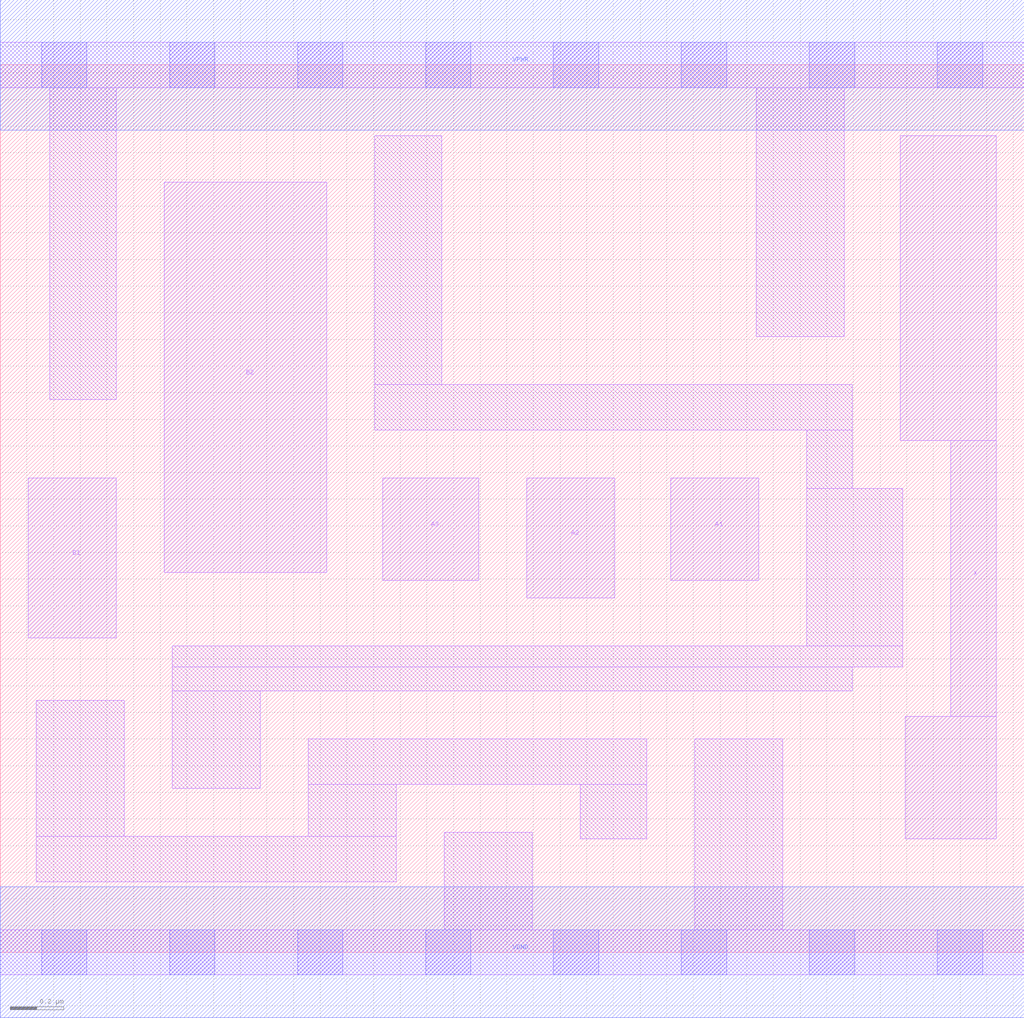
<source format=lef>
# Copyright 2020 The SkyWater PDK Authors
#
# Licensed under the Apache License, Version 2.0 (the "License");
# you may not use this file except in compliance with the License.
# You may obtain a copy of the License at
#
#     https://www.apache.org/licenses/LICENSE-2.0
#
# Unless required by applicable law or agreed to in writing, software
# distributed under the License is distributed on an "AS IS" BASIS,
# WITHOUT WARRANTIES OR CONDITIONS OF ANY KIND, either express or implied.
# See the License for the specific language governing permissions and
# limitations under the License.
#
# SPDX-License-Identifier: Apache-2.0

VERSION 5.7 ;
  NOWIREEXTENSIONATPIN ON ;
  DIVIDERCHAR "/" ;
  BUSBITCHARS "[]" ;
UNITS
  DATABASE MICRONS 200 ;
END UNITS
MACRO sky130_fd_sc_lp__o32a_lp
  CLASS CORE ;
  FOREIGN sky130_fd_sc_lp__o32a_lp ;
  ORIGIN  0.000000  0.000000 ;
  SIZE  3.840000 BY  3.330000 ;
  SYMMETRY X Y R90 ;
  SITE unit ;
  PIN A1
    ANTENNAGATEAREA  0.313000 ;
    DIRECTION INPUT ;
    USE SIGNAL ;
    PORT
      LAYER li1 ;
        RECT 2.515000 1.395000 2.845000 1.780000 ;
    END
  END A1
  PIN A2
    ANTENNAGATEAREA  0.313000 ;
    DIRECTION INPUT ;
    USE SIGNAL ;
    PORT
      LAYER li1 ;
        RECT 1.975000 1.330000 2.305000 1.780000 ;
    END
  END A2
  PIN A3
    ANTENNAGATEAREA  0.313000 ;
    DIRECTION INPUT ;
    USE SIGNAL ;
    PORT
      LAYER li1 ;
        RECT 1.435000 1.395000 1.795000 1.780000 ;
    END
  END A3
  PIN B1
    ANTENNAGATEAREA  0.313000 ;
    DIRECTION INPUT ;
    USE SIGNAL ;
    PORT
      LAYER li1 ;
        RECT 0.105000 1.180000 0.435000 1.780000 ;
    END
  END B1
  PIN B2
    ANTENNAGATEAREA  0.313000 ;
    DIRECTION INPUT ;
    USE SIGNAL ;
    PORT
      LAYER li1 ;
        RECT 0.615000 1.425000 1.225000 2.890000 ;
    END
  END B2
  PIN X
    ANTENNADIFFAREA  0.404700 ;
    DIRECTION OUTPUT ;
    USE SIGNAL ;
    PORT
      LAYER li1 ;
        RECT 3.375000 1.920000 3.735000 3.065000 ;
        RECT 3.395000 0.425000 3.735000 0.885000 ;
        RECT 3.565000 0.885000 3.735000 1.920000 ;
    END
  END X
  PIN VGND
    DIRECTION INOUT ;
    USE GROUND ;
    PORT
      LAYER met1 ;
        RECT 0.000000 -0.245000 3.840000 0.245000 ;
    END
  END VGND
  PIN VPWR
    DIRECTION INOUT ;
    USE POWER ;
    PORT
      LAYER met1 ;
        RECT 0.000000 3.085000 3.840000 3.575000 ;
    END
  END VPWR
  OBS
    LAYER li1 ;
      RECT 0.000000 -0.085000 3.840000 0.085000 ;
      RECT 0.000000  3.245000 3.840000 3.415000 ;
      RECT 0.135000  0.265000 1.485000 0.435000 ;
      RECT 0.135000  0.435000 0.465000 0.945000 ;
      RECT 0.185000  2.075000 0.435000 3.245000 ;
      RECT 0.645000  0.615000 0.975000 0.980000 ;
      RECT 0.645000  0.980000 3.195000 1.070000 ;
      RECT 0.645000  1.070000 3.385000 1.150000 ;
      RECT 1.155000  0.435000 1.485000 0.630000 ;
      RECT 1.155000  0.630000 2.425000 0.800000 ;
      RECT 1.405000  1.960000 3.195000 2.130000 ;
      RECT 1.405000  2.130000 1.655000 3.065000 ;
      RECT 1.665000  0.085000 1.995000 0.450000 ;
      RECT 2.175000  0.425000 2.425000 0.630000 ;
      RECT 2.605000  0.085000 2.935000 0.800000 ;
      RECT 2.835000  2.310000 3.165000 3.245000 ;
      RECT 3.025000  1.150000 3.385000 1.740000 ;
      RECT 3.025000  1.740000 3.195000 1.960000 ;
    LAYER mcon ;
      RECT 0.155000 -0.085000 0.325000 0.085000 ;
      RECT 0.155000  3.245000 0.325000 3.415000 ;
      RECT 0.635000 -0.085000 0.805000 0.085000 ;
      RECT 0.635000  3.245000 0.805000 3.415000 ;
      RECT 1.115000 -0.085000 1.285000 0.085000 ;
      RECT 1.115000  3.245000 1.285000 3.415000 ;
      RECT 1.595000 -0.085000 1.765000 0.085000 ;
      RECT 1.595000  3.245000 1.765000 3.415000 ;
      RECT 2.075000 -0.085000 2.245000 0.085000 ;
      RECT 2.075000  3.245000 2.245000 3.415000 ;
      RECT 2.555000 -0.085000 2.725000 0.085000 ;
      RECT 2.555000  3.245000 2.725000 3.415000 ;
      RECT 3.035000 -0.085000 3.205000 0.085000 ;
      RECT 3.035000  3.245000 3.205000 3.415000 ;
      RECT 3.515000 -0.085000 3.685000 0.085000 ;
      RECT 3.515000  3.245000 3.685000 3.415000 ;
  END
END sky130_fd_sc_lp__o32a_lp
END LIBRARY

</source>
